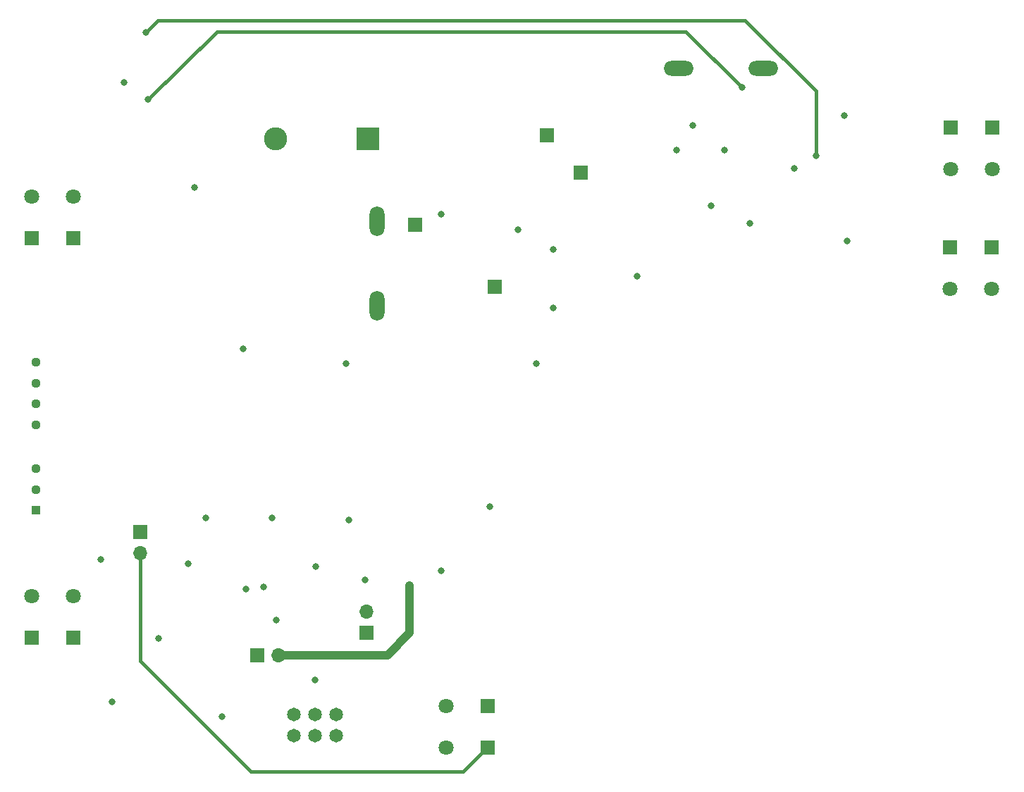
<source format=gbl>
G04 #@! TF.GenerationSoftware,KiCad,Pcbnew,(5.1.10)-1*
G04 #@! TF.CreationDate,2022-04-06T19:53:40-07:00*
G04 #@! TF.ProjectId,RacingTeam,52616369-6e67-4546-9561-6d2e6b696361,rev?*
G04 #@! TF.SameCoordinates,Original*
G04 #@! TF.FileFunction,Copper,L4,Bot*
G04 #@! TF.FilePolarity,Positive*
%FSLAX46Y46*%
G04 Gerber Fmt 4.6, Leading zero omitted, Abs format (unit mm)*
G04 Created by KiCad (PCBNEW (5.1.10)-1) date 2022-04-06 19:53:40*
%MOMM*%
%LPD*%
G01*
G04 APERTURE LIST*
G04 #@! TA.AperFunction,ComponentPad*
%ADD10C,1.130000*%
G04 #@! TD*
G04 #@! TA.AperFunction,ComponentPad*
%ADD11R,1.130000X1.130000*%
G04 #@! TD*
G04 #@! TA.AperFunction,ComponentPad*
%ADD12O,1.700000X1.700000*%
G04 #@! TD*
G04 #@! TA.AperFunction,ComponentPad*
%ADD13R,1.700000X1.700000*%
G04 #@! TD*
G04 #@! TA.AperFunction,ComponentPad*
%ADD14R,1.800000X1.800000*%
G04 #@! TD*
G04 #@! TA.AperFunction,ComponentPad*
%ADD15C,1.800000*%
G04 #@! TD*
G04 #@! TA.AperFunction,ComponentPad*
%ADD16O,3.581400X1.790700*%
G04 #@! TD*
G04 #@! TA.AperFunction,ComponentPad*
%ADD17O,1.790700X3.581400*%
G04 #@! TD*
G04 #@! TA.AperFunction,ComponentPad*
%ADD18C,2.781300*%
G04 #@! TD*
G04 #@! TA.AperFunction,ComponentPad*
%ADD19R,2.781300X2.781300*%
G04 #@! TD*
G04 #@! TA.AperFunction,ComponentPad*
%ADD20C,1.650000*%
G04 #@! TD*
G04 #@! TA.AperFunction,ViaPad*
%ADD21C,0.800000*%
G04 #@! TD*
G04 #@! TA.AperFunction,Conductor*
%ADD22C,0.400000*%
G04 #@! TD*
G04 #@! TA.AperFunction,Conductor*
%ADD23C,1.000000*%
G04 #@! TD*
G04 #@! TA.AperFunction,Conductor*
%ADD24C,0.250000*%
G04 #@! TD*
G04 APERTURE END LIST*
D10*
G04 #@! TO.P,PS1,7*
G04 #@! TO.N,GND*
X113650000Y-75820000D03*
G04 #@! TO.P,PS1,6*
G04 #@! TO.N,+12V*
X113650000Y-78320000D03*
G04 #@! TO.P,PS1,5*
G04 #@! TO.N,N/C*
X113650000Y-80820000D03*
G04 #@! TO.P,PS1,8*
X113650000Y-73320000D03*
G04 #@! TO.P,PS1,3*
G04 #@! TO.N,/Enable*
X113650000Y-86120000D03*
G04 #@! TO.P,PS1,2*
G04 #@! TO.N,+BATT*
X113650000Y-88620000D03*
D11*
G04 #@! TO.P,PS1,1*
G04 #@! TO.N,GLV-*
X113650000Y-91120000D03*
G04 #@! TD*
D12*
G04 #@! TO.P,JP3,2*
G04 #@! TO.N,/Shutdown*
X126250000Y-96250000D03*
D13*
G04 #@! TO.P,JP3,1*
G04 #@! TO.N,/Enable*
X126250000Y-93710000D03*
G04 #@! TD*
D12*
G04 #@! TO.P,JP2,2*
G04 #@! TO.N,/OBLEDRed*
X153400000Y-103300000D03*
D13*
G04 #@! TO.P,JP2,1*
G04 #@! TO.N,/RED+*
X153400000Y-105840000D03*
G04 #@! TD*
G04 #@! TO.P,JP1,1*
G04 #@! TO.N,/OBLEDGreen*
X140250000Y-108500000D03*
D12*
G04 #@! TO.P,JP1,2*
G04 #@! TO.N,/Green+*
X142790000Y-108500000D03*
G04 #@! TD*
D13*
G04 #@! TO.P,J4,1*
G04 #@! TO.N,/TSALRef*
X168800000Y-64300000D03*
G04 #@! TD*
D14*
G04 #@! TO.P,J6,1*
G04 #@! TO.N,/PreChargeON*
X228500000Y-59500000D03*
D15*
G04 #@! TO.P,J6,2*
G04 #@! TO.N,/PrechargeRelayOut*
X228500000Y-64500000D03*
D14*
G04 #@! TO.P,J6,1*
G04 #@! TO.N,/PreChargeON*
X223500000Y-59500000D03*
D15*
G04 #@! TO.P,J6,2*
G04 #@! TO.N,/PrechargeRelayOut*
X223500000Y-64500000D03*
G04 #@! TD*
G04 #@! TO.P,J7,2*
G04 #@! TO.N,/AIRON*
X223600000Y-50100000D03*
D14*
G04 #@! TO.P,J7,1*
G04 #@! TO.N,+12V*
X223600000Y-45100000D03*
D15*
G04 #@! TO.P,J7,2*
G04 #@! TO.N,/AIRON*
X228600000Y-50100000D03*
D14*
G04 #@! TO.P,J7,1*
G04 #@! TO.N,+12V*
X228600000Y-45100000D03*
G04 #@! TD*
D13*
G04 #@! TO.P,J2,1*
G04 #@! TO.N,/PrechargeTP-*
X179120000Y-50580000D03*
G04 #@! TD*
G04 #@! TO.P,J3,1*
G04 #@! TO.N,/PrechargeTP+*
X175100000Y-46100000D03*
G04 #@! TD*
D16*
G04 #@! TO.P,D1,2*
G04 #@! TO.N,GND*
X201080000Y-38000000D03*
G04 #@! TO.P,D1,1*
G04 #@! TO.N,/PrechargeBus*
X190920000Y-38000000D03*
G04 #@! TD*
D17*
G04 #@! TO.P,D2,1*
G04 #@! TO.N,/BusRefTSAL*
X154700000Y-66560000D03*
G04 #@! TO.P,D2,2*
G04 #@! TO.N,GND*
X154700000Y-56400000D03*
G04 #@! TD*
D13*
G04 #@! TO.P,J5,1*
G04 #@! TO.N,/BusRefTSAL*
X159200000Y-56800000D03*
G04 #@! TD*
D18*
G04 #@! TO.P,J1,2*
G04 #@! TO.N,/BusReturn*
X142437400Y-46500000D03*
D19*
G04 #@! TO.P,J1,1*
G04 #@! TO.N,/BusLine*
X153562600Y-46500000D03*
G04 #@! TD*
D15*
G04 #@! TO.P,J8,2*
G04 #@! TO.N,/DischargeIn*
X118200000Y-53400000D03*
D14*
G04 #@! TO.P,J8,1*
G04 #@! TO.N,/DischargeOut*
X118200000Y-58400000D03*
D15*
G04 #@! TO.P,J8,2*
G04 #@! TO.N,/DischargeIn*
X113200000Y-53400000D03*
D14*
G04 #@! TO.P,J8,1*
G04 #@! TO.N,/DischargeOut*
X113200000Y-58400000D03*
G04 #@! TD*
D15*
G04 #@! TO.P,J11,2*
G04 #@! TO.N,GLV-*
X163000000Y-114600000D03*
D14*
G04 #@! TO.P,J11,1*
G04 #@! TO.N,/Shutdown*
X168000000Y-114600000D03*
D15*
G04 #@! TO.P,J11,2*
G04 #@! TO.N,GLV-*
X163000000Y-119600000D03*
D14*
G04 #@! TO.P,J11,1*
G04 #@! TO.N,/Shutdown*
X168000000Y-119600000D03*
G04 #@! TD*
D20*
G04 #@! TO.P,J9,5*
G04 #@! TO.N,GLV-*
X149740000Y-118170000D03*
G04 #@! TO.P,J9,6*
X149740000Y-115630000D03*
G04 #@! TO.P,J9,3*
X147200000Y-118170000D03*
G04 #@! TO.P,J9,4*
G04 #@! TO.N,/RED+*
X147200000Y-115630000D03*
G04 #@! TO.P,J9,1*
G04 #@! TO.N,GLV+*
X144660000Y-118170000D03*
G04 #@! TO.P,J9,2*
G04 #@! TO.N,/Green+*
X144660000Y-115630000D03*
G04 #@! TD*
D14*
G04 #@! TO.P,J10,1*
G04 #@! TO.N,+BATT*
X113200000Y-106400000D03*
D15*
G04 #@! TO.P,J10,2*
G04 #@! TO.N,GLV-*
X113200000Y-101400000D03*
D14*
G04 #@! TO.P,J10,1*
G04 #@! TO.N,+BATT*
X118200000Y-106400000D03*
D15*
G04 #@! TO.P,J10,2*
G04 #@! TO.N,GLV-*
X118200000Y-101400000D03*
G04 #@! TD*
D21*
G04 #@! TO.N,+12V*
X138550000Y-71700000D03*
X162350000Y-55500000D03*
X210800000Y-43700000D03*
X196375000Y-47800000D03*
X192575000Y-44850000D03*
X185900000Y-63025000D03*
X173825000Y-73500000D03*
X199450000Y-56600000D03*
X124300000Y-39700000D03*
G04 #@! TO.N,GLV+*
X138900000Y-100600000D03*
X151300000Y-92300000D03*
X136000000Y-115900000D03*
X147250000Y-111500000D03*
X153200000Y-99500000D03*
X141000000Y-100300000D03*
X168180000Y-90680000D03*
X132000000Y-97500000D03*
G04 #@! TO.N,GND*
X150900000Y-73500000D03*
X171600000Y-57400000D03*
X211150000Y-58800000D03*
X204825000Y-50050000D03*
X194840000Y-54490000D03*
X190650000Y-47825000D03*
X132700000Y-52300000D03*
X175850000Y-59800000D03*
X175800000Y-66775000D03*
G04 #@! TO.N,/AIRON*
X198500000Y-40325000D03*
X127190000Y-41750000D03*
G04 #@! TO.N,/Green+*
X158600000Y-100200000D03*
G04 #@! TO.N,GLV-*
X134100000Y-92000000D03*
X162400000Y-98400000D03*
X142550000Y-104300000D03*
X122800000Y-114150000D03*
X128450000Y-106500000D03*
X147300000Y-97900000D03*
X142060000Y-92000000D03*
X121500000Y-97000000D03*
G04 #@! TO.N,/PreChargeON*
X207400000Y-48550000D03*
X126900000Y-33700000D03*
G04 #@! TD*
D22*
G04 #@! TO.N,/AIRON*
X191750000Y-33575000D02*
X198500000Y-40325000D01*
X135425000Y-33575000D02*
X191750000Y-33575000D01*
X127190000Y-41750000D02*
X135425000Y-33575000D01*
D23*
G04 #@! TO.N,/Green+*
X153565002Y-108500000D02*
X142790000Y-108500000D01*
X155950000Y-108500000D02*
X153565002Y-108500000D01*
X158600000Y-105850000D02*
X155950000Y-108500000D01*
X158600000Y-100200000D02*
X158600000Y-105850000D01*
D24*
G04 #@! TO.N,/Shutdown*
X168000000Y-119600000D02*
X167900000Y-119600000D01*
D22*
X126250000Y-109250000D02*
X126250000Y-96250000D01*
X139500000Y-122500000D02*
X126250000Y-109250000D01*
X165000000Y-122500000D02*
X139500000Y-122500000D01*
X167900000Y-119600000D02*
X165000000Y-122500000D01*
G04 #@! TO.N,/PreChargeON*
X129625000Y-32225000D02*
X129300000Y-32225000D01*
X129075000Y-32225000D02*
X129625000Y-32225000D01*
X207400000Y-40750000D02*
X198875000Y-32225000D01*
X198875000Y-32225000D02*
X129625000Y-32225000D01*
X207400000Y-48550000D02*
X207400000Y-40750000D01*
X128375000Y-32225000D02*
X126900000Y-33700000D01*
X129075000Y-32225000D02*
X128375000Y-32225000D01*
G04 #@! TD*
M02*

</source>
